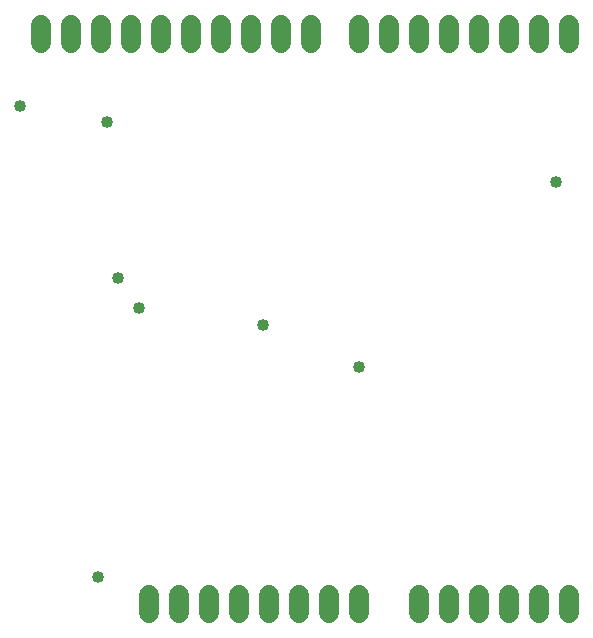
<source format=gbs>
G75*
%MOIN*%
%OFA0B0*%
%FSLAX25Y25*%
%IPPOS*%
%LPD*%
%AMOC8*
5,1,8,0,0,1.08239X$1,22.5*
%
%ADD10C,0.06737*%
%ADD11C,0.04000*%
D10*
X0115000Y0012031D02*
X0115000Y0017969D01*
X0125000Y0017969D02*
X0125000Y0012031D01*
X0135000Y0012031D02*
X0135000Y0017969D01*
X0145000Y0017969D02*
X0145000Y0012031D01*
X0155000Y0012031D02*
X0155000Y0017969D01*
X0165000Y0017969D02*
X0165000Y0012031D01*
X0175000Y0012031D02*
X0175000Y0017969D01*
X0185000Y0017969D02*
X0185000Y0012031D01*
X0205000Y0012031D02*
X0205000Y0017969D01*
X0215000Y0017969D02*
X0215000Y0012031D01*
X0225000Y0012031D02*
X0225000Y0017969D01*
X0235000Y0017969D02*
X0235000Y0012031D01*
X0245000Y0012031D02*
X0245000Y0017969D01*
X0255000Y0017969D02*
X0255000Y0012031D01*
X0255000Y0202031D02*
X0255000Y0207969D01*
X0245000Y0207969D02*
X0245000Y0202031D01*
X0235000Y0202031D02*
X0235000Y0207969D01*
X0225000Y0207969D02*
X0225000Y0202031D01*
X0215000Y0202031D02*
X0215000Y0207969D01*
X0205000Y0207969D02*
X0205000Y0202031D01*
X0195000Y0202031D02*
X0195000Y0207969D01*
X0185000Y0207969D02*
X0185000Y0202031D01*
X0169000Y0202031D02*
X0169000Y0207969D01*
X0159000Y0207969D02*
X0159000Y0202031D01*
X0149000Y0202031D02*
X0149000Y0207969D01*
X0139000Y0207969D02*
X0139000Y0202031D01*
X0129000Y0202031D02*
X0129000Y0207969D01*
X0119000Y0207969D02*
X0119000Y0202031D01*
X0109000Y0202031D02*
X0109000Y0207969D01*
X0099000Y0207969D02*
X0099000Y0202031D01*
X0089000Y0202031D02*
X0089000Y0207969D01*
X0079000Y0207969D02*
X0079000Y0202031D01*
D11*
X0098000Y0024000D03*
X0185000Y0094000D03*
X0153000Y0108000D03*
X0111500Y0113500D03*
X0104500Y0123500D03*
X0101000Y0175500D03*
X0072000Y0181000D03*
X0250500Y0155500D03*
M02*

</source>
